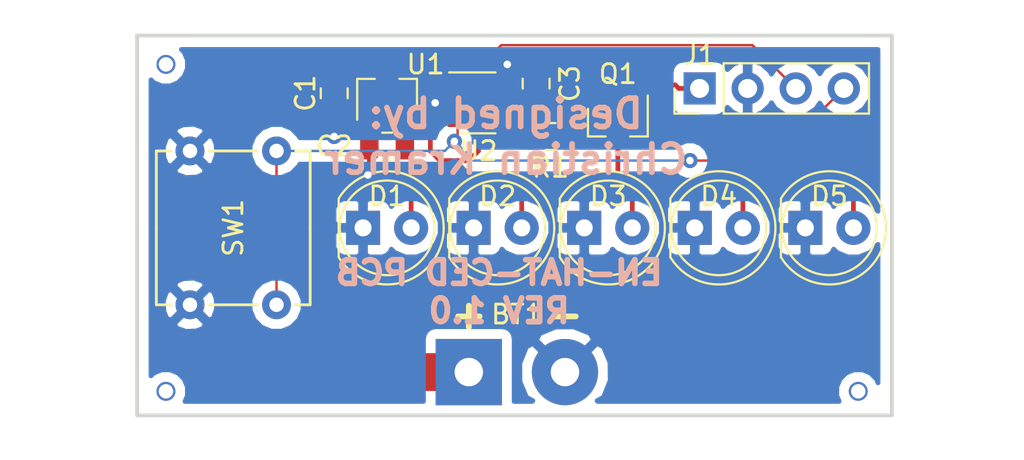
<source format=kicad_pcb>
(kicad_pcb (version 20171130) (host pcbnew "(5.0.0)")

  (general
    (thickness 1.6)
    (drawings 8)
    (tracks 83)
    (zones 0)
    (modules 18)
    (nets 10)
  )

  (page A4)
  (layers
    (0 F.Cu signal)
    (31 B.Cu signal)
    (32 B.Adhes user)
    (33 F.Adhes user)
    (34 B.Paste user)
    (35 F.Paste user)
    (36 B.SilkS user)
    (37 F.SilkS user)
    (38 B.Mask user)
    (39 F.Mask user)
    (40 Dwgs.User user)
    (41 Cmts.User user)
    (42 Eco1.User user)
    (43 Eco2.User user)
    (44 Edge.Cuts user)
    (45 Margin user)
    (46 B.CrtYd user)
    (47 F.CrtYd user)
    (48 B.Fab user)
    (49 F.Fab user)
  )

  (setup
    (last_trace_width 0.25)
    (trace_clearance 0.2)
    (zone_clearance 0.508)
    (zone_45_only no)
    (trace_min 0.127)
    (segment_width 0.2)
    (edge_width 0.15)
    (via_size 0.8)
    (via_drill 0.4)
    (via_min_size 0.4)
    (via_min_drill 0.3)
    (uvia_size 0.3)
    (uvia_drill 0.1)
    (uvias_allowed no)
    (uvia_min_size 0.2)
    (uvia_min_drill 0.1)
    (pcb_text_width 0.3)
    (pcb_text_size 1.5 1.5)
    (mod_edge_width 0.15)
    (mod_text_size 1 1)
    (mod_text_width 0.15)
    (pad_size 1.524 1.524)
    (pad_drill 0.762)
    (pad_to_mask_clearance 0.2)
    (aux_axis_origin 0 0)
    (visible_elements 7FFFFFFF)
    (pcbplotparams
      (layerselection 0x010fc_ffffffff)
      (usegerberextensions false)
      (usegerberattributes true)
      (usegerberadvancedattributes false)
      (creategerberjobfile false)
      (excludeedgelayer false)
      (linewidth 0.150000)
      (plotframeref false)
      (viasonmask false)
      (mode 1)
      (useauxorigin false)
      (hpglpennumber 1)
      (hpglpenspeed 20)
      (hpglpendiameter 15.000000)
      (psnegative false)
      (psa4output false)
      (plotreference true)
      (plotvalue true)
      (plotinvisibletext false)
      (padsonsilk false)
      (subtractmaskfromsilk false)
      (outputformat 1)
      (mirror false)
      (drillshape 0)
      (scaleselection 1)
      (outputdirectory "Manufacture/"))
  )

  (net 0 "")
  (net 1 +BATT)
  (net 2 GND)
  (net 3 +3V3)
  (net 4 VPP)
  (net 5 /ICSPDAT)
  (net 6 /BUTTON_INPUT)
  (net 7 /LED_CONTROL)
  (net 8 "Net-(D1-Pad2)")
  (net 9 "Net-(Q1-Pad1)")

  (net_class Default "This is the default net class."
    (clearance 0.2)
    (trace_width 0.25)
    (via_dia 0.8)
    (via_drill 0.4)
    (uvia_dia 0.3)
    (uvia_drill 0.1)
    (add_net +3V3)
    (add_net +BATT)
    (add_net GND)
    (add_net "Net-(D1-Pad2)")
    (add_net "Net-(Q1-Pad1)")
    (add_net VPP)
  )

  (net_class Signal ""
    (clearance 0.2)
    (trace_width 0.127)
    (via_dia 0.8)
    (via_drill 0.4)
    (uvia_dia 0.3)
    (uvia_drill 0.1)
    (add_net /BUTTON_INPUT)
    (add_net /ICSPDAT)
    (add_net /LED_CONTROL)
  )

  (module MountingHole:MountingHole_1mm_M1 (layer F.Cu) (tedit 5DB9CA08) (tstamp 5DDE1228)
    (at 162.56 110.236)
    (fp_text reference REF** (at 0 1.27) (layer F.SilkS) hide
      (effects (font (size 1 1) (thickness 0.15)))
    )
    (fp_text value MountingHole_1mm_M1 (at 0 -0.5) (layer F.Fab)
      (effects (font (size 1 1) (thickness 0.15)))
    )
    (pad "" np_thru_hole circle (at 0 0) (size 1 1) (drill 0.762) (layers *.Cu *.Mask))
  )

  (module MountingHole:MountingHole_1mm_M1 (layer F.Cu) (tedit 5DB9CA0D) (tstamp 5DDE11BA)
    (at 125.984 110.236)
    (fp_text reference REF** (at 0 1.27) (layer F.SilkS) hide
      (effects (font (size 1 1) (thickness 0.15)))
    )
    (fp_text value MountingHole_1mm_M1 (at 0 -0.5) (layer F.Fab)
      (effects (font (size 1 1) (thickness 0.15)))
    )
    (pad "" np_thru_hole circle (at 0 0) (size 1 1) (drill 0.762) (layers *.Cu *.Mask))
  )

  (module Connector_Wire:SolderWirePad_1x02_P5.08mm_Drill1.5mm (layer F.Cu) (tedit 5AEE5F19) (tstamp 5DBD5080)
    (at 141.986 109.22)
    (descr "Wire solder connection")
    (tags connector)
    (path /5DAB9009)
    (attr virtual)
    (fp_text reference BT1 (at 2.54 -3.048) (layer F.SilkS)
      (effects (font (size 1 1) (thickness 0.15)))
    )
    (fp_text value Battery_Cell (at 2.54 3.81) (layer F.Fab)
      (effects (font (size 1 1) (thickness 0.15)))
    )
    (fp_text user %R (at 2.54 0) (layer F.Fab)
      (effects (font (size 1 1) (thickness 0.15)))
    )
    (fp_line (start -2.25 -2.25) (end 7.33 -2.25) (layer F.CrtYd) (width 0.05))
    (fp_line (start -2.25 -2.25) (end -2.25 2.25) (layer F.CrtYd) (width 0.05))
    (fp_line (start 7.33 2.25) (end 7.33 -2.25) (layer F.CrtYd) (width 0.05))
    (fp_line (start 7.33 2.25) (end -2.25 2.25) (layer F.CrtYd) (width 0.05))
    (pad 1 thru_hole rect (at 0 0) (size 3.50012 3.50012) (drill 1.50114) (layers *.Cu *.Mask)
      (net 1 +BATT))
    (pad 2 thru_hole circle (at 5.08 0) (size 3.50012 3.50012) (drill 1.50114) (layers *.Cu *.Mask)
      (net 2 GND))
  )

  (module Capacitor_SMD:C_0805_2012Metric (layer F.Cu) (tedit 5B36C52B) (tstamp 5DBD5091)
    (at 134.874 94.488 270)
    (descr "Capacitor SMD 0805 (2012 Metric), square (rectangular) end terminal, IPC_7351 nominal, (Body size source: https://docs.google.com/spreadsheets/d/1BsfQQcO9C6DZCsRaXUlFlo91Tg2WpOkGARC1WS5S8t0/edit?usp=sharing), generated with kicad-footprint-generator")
    (tags capacitor)
    (path /5DAE92E8)
    (attr smd)
    (fp_text reference C1 (at 0 1.524 270) (layer F.SilkS)
      (effects (font (size 1 1) (thickness 0.15)))
    )
    (fp_text value 1μF (at 0 1.65 270) (layer F.Fab)
      (effects (font (size 1 1) (thickness 0.15)))
    )
    (fp_line (start -1 0.6) (end -1 -0.6) (layer F.Fab) (width 0.1))
    (fp_line (start -1 -0.6) (end 1 -0.6) (layer F.Fab) (width 0.1))
    (fp_line (start 1 -0.6) (end 1 0.6) (layer F.Fab) (width 0.1))
    (fp_line (start 1 0.6) (end -1 0.6) (layer F.Fab) (width 0.1))
    (fp_line (start -0.258578 -0.71) (end 0.258578 -0.71) (layer F.SilkS) (width 0.12))
    (fp_line (start -0.258578 0.71) (end 0.258578 0.71) (layer F.SilkS) (width 0.12))
    (fp_line (start -1.68 0.95) (end -1.68 -0.95) (layer F.CrtYd) (width 0.05))
    (fp_line (start -1.68 -0.95) (end 1.68 -0.95) (layer F.CrtYd) (width 0.05))
    (fp_line (start 1.68 -0.95) (end 1.68 0.95) (layer F.CrtYd) (width 0.05))
    (fp_line (start 1.68 0.95) (end -1.68 0.95) (layer F.CrtYd) (width 0.05))
    (fp_text user %R (at 0 0 270) (layer F.Fab)
      (effects (font (size 0.5 0.5) (thickness 0.08)))
    )
    (pad 1 smd roundrect (at -0.9375 0 270) (size 0.975 1.4) (layers F.Cu F.Paste F.Mask) (roundrect_rratio 0.25)
      (net 1 +BATT))
    (pad 2 smd roundrect (at 0.9375 0 270) (size 0.975 1.4) (layers F.Cu F.Paste F.Mask) (roundrect_rratio 0.25)
      (net 2 GND))
    (model ${KISYS3DMOD}/Capacitor_SMD.3dshapes/C_0805_2012Metric.wrl
      (at (xyz 0 0 0))
      (scale (xyz 1 1 1))
      (rotate (xyz 0 0 0))
    )
  )

  (module Capacitor_SMD:C_0805_2012Metric (layer F.Cu) (tedit 5B36C52B) (tstamp 5DBD50A2)
    (at 137.668 97.282 180)
    (descr "Capacitor SMD 0805 (2012 Metric), square (rectangular) end terminal, IPC_7351 nominal, (Body size source: https://docs.google.com/spreadsheets/d/1BsfQQcO9C6DZCsRaXUlFlo91Tg2WpOkGARC1WS5S8t0/edit?usp=sharing), generated with kicad-footprint-generator")
    (tags capacitor)
    (path /5DAE945B)
    (attr smd)
    (fp_text reference C2 (at 2.794 0 180) (layer F.SilkS)
      (effects (font (size 1 1) (thickness 0.15)))
    )
    (fp_text value 1μF (at 0 1.65 180) (layer F.Fab)
      (effects (font (size 1 1) (thickness 0.15)))
    )
    (fp_text user %R (at 0 0 180) (layer F.Fab)
      (effects (font (size 0.5 0.5) (thickness 0.08)))
    )
    (fp_line (start 1.68 0.95) (end -1.68 0.95) (layer F.CrtYd) (width 0.05))
    (fp_line (start 1.68 -0.95) (end 1.68 0.95) (layer F.CrtYd) (width 0.05))
    (fp_line (start -1.68 -0.95) (end 1.68 -0.95) (layer F.CrtYd) (width 0.05))
    (fp_line (start -1.68 0.95) (end -1.68 -0.95) (layer F.CrtYd) (width 0.05))
    (fp_line (start -0.258578 0.71) (end 0.258578 0.71) (layer F.SilkS) (width 0.12))
    (fp_line (start -0.258578 -0.71) (end 0.258578 -0.71) (layer F.SilkS) (width 0.12))
    (fp_line (start 1 0.6) (end -1 0.6) (layer F.Fab) (width 0.1))
    (fp_line (start 1 -0.6) (end 1 0.6) (layer F.Fab) (width 0.1))
    (fp_line (start -1 -0.6) (end 1 -0.6) (layer F.Fab) (width 0.1))
    (fp_line (start -1 0.6) (end -1 -0.6) (layer F.Fab) (width 0.1))
    (pad 2 smd roundrect (at 0.9375 0 180) (size 0.975 1.4) (layers F.Cu F.Paste F.Mask) (roundrect_rratio 0.25)
      (net 2 GND))
    (pad 1 smd roundrect (at -0.9375 0 180) (size 0.975 1.4) (layers F.Cu F.Paste F.Mask) (roundrect_rratio 0.25)
      (net 3 +3V3))
    (model ${KISYS3DMOD}/Capacitor_SMD.3dshapes/C_0805_2012Metric.wrl
      (at (xyz 0 0 0))
      (scale (xyz 1 1 1))
      (rotate (xyz 0 0 0))
    )
  )

  (module Capacitor_SMD:C_0805_2012Metric (layer F.Cu) (tedit 5B36C52B) (tstamp 5DBD50B3)
    (at 145.542 93.98 90)
    (descr "Capacitor SMD 0805 (2012 Metric), square (rectangular) end terminal, IPC_7351 nominal, (Body size source: https://docs.google.com/spreadsheets/d/1BsfQQcO9C6DZCsRaXUlFlo91Tg2WpOkGARC1WS5S8t0/edit?usp=sharing), generated with kicad-footprint-generator")
    (tags capacitor)
    (path /5DAEC38E)
    (attr smd)
    (fp_text reference C3 (at 0 1.778 90) (layer F.SilkS)
      (effects (font (size 1 1) (thickness 0.15)))
    )
    (fp_text value C_Small (at 0 1.65 90) (layer F.Fab)
      (effects (font (size 1 1) (thickness 0.15)))
    )
    (fp_line (start -1 0.6) (end -1 -0.6) (layer F.Fab) (width 0.1))
    (fp_line (start -1 -0.6) (end 1 -0.6) (layer F.Fab) (width 0.1))
    (fp_line (start 1 -0.6) (end 1 0.6) (layer F.Fab) (width 0.1))
    (fp_line (start 1 0.6) (end -1 0.6) (layer F.Fab) (width 0.1))
    (fp_line (start -0.258578 -0.71) (end 0.258578 -0.71) (layer F.SilkS) (width 0.12))
    (fp_line (start -0.258578 0.71) (end 0.258578 0.71) (layer F.SilkS) (width 0.12))
    (fp_line (start -1.68 0.95) (end -1.68 -0.95) (layer F.CrtYd) (width 0.05))
    (fp_line (start -1.68 -0.95) (end 1.68 -0.95) (layer F.CrtYd) (width 0.05))
    (fp_line (start 1.68 -0.95) (end 1.68 0.95) (layer F.CrtYd) (width 0.05))
    (fp_line (start 1.68 0.95) (end -1.68 0.95) (layer F.CrtYd) (width 0.05))
    (fp_text user %R (at 0 0 90) (layer F.Fab)
      (effects (font (size 0.5 0.5) (thickness 0.08)))
    )
    (pad 1 smd roundrect (at -0.9375 0 90) (size 0.975 1.4) (layers F.Cu F.Paste F.Mask) (roundrect_rratio 0.25)
      (net 3 +3V3))
    (pad 2 smd roundrect (at 0.9375 0 90) (size 0.975 1.4) (layers F.Cu F.Paste F.Mask) (roundrect_rratio 0.25)
      (net 2 GND))
    (model ${KISYS3DMOD}/Capacitor_SMD.3dshapes/C_0805_2012Metric.wrl
      (at (xyz 0 0 0))
      (scale (xyz 1 1 1))
      (rotate (xyz 0 0 0))
    )
  )

  (module LED_THT:LED_D5.0mm (layer F.Cu) (tedit 5995936A) (tstamp 5DBD50C5)
    (at 136.398 101.6)
    (descr "LED, diameter 5.0mm, 2 pins, http://cdn-reichelt.de/documents/datenblatt/A500/LL-504BC2E-009.pdf")
    (tags "LED diameter 5.0mm 2 pins")
    (path /5DAB7BF8)
    (fp_text reference D1 (at 1.27 -1.674) (layer F.SilkS)
      (effects (font (size 1 1) (thickness 0.15)))
    )
    (fp_text value LED (at 1.27 3.96) (layer F.Fab)
      (effects (font (size 1 1) (thickness 0.15)))
    )
    (fp_arc (start 1.27 0) (end -1.23 -1.469694) (angle 299.1) (layer F.Fab) (width 0.1))
    (fp_arc (start 1.27 0) (end -1.29 -1.54483) (angle 148.9) (layer F.SilkS) (width 0.12))
    (fp_arc (start 1.27 0) (end -1.29 1.54483) (angle -148.9) (layer F.SilkS) (width 0.12))
    (fp_circle (center 1.27 0) (end 3.77 0) (layer F.Fab) (width 0.1))
    (fp_circle (center 1.27 0) (end 3.77 0) (layer F.SilkS) (width 0.12))
    (fp_line (start -1.23 -1.469694) (end -1.23 1.469694) (layer F.Fab) (width 0.1))
    (fp_line (start -1.29 -1.545) (end -1.29 1.545) (layer F.SilkS) (width 0.12))
    (fp_line (start -1.95 -3.25) (end -1.95 3.25) (layer F.CrtYd) (width 0.05))
    (fp_line (start -1.95 3.25) (end 4.5 3.25) (layer F.CrtYd) (width 0.05))
    (fp_line (start 4.5 3.25) (end 4.5 -3.25) (layer F.CrtYd) (width 0.05))
    (fp_line (start 4.5 -3.25) (end -1.95 -3.25) (layer F.CrtYd) (width 0.05))
    (fp_text user %R (at 1.25 0) (layer F.Fab)
      (effects (font (size 0.8 0.8) (thickness 0.2)))
    )
    (pad 1 thru_hole rect (at 0 0) (size 1.8 1.8) (drill 0.9) (layers *.Cu *.Mask)
      (net 2 GND))
    (pad 2 thru_hole circle (at 2.54 0) (size 1.8 1.8) (drill 0.9) (layers *.Cu *.Mask)
      (net 8 "Net-(D1-Pad2)"))
    (model ${KISYS3DMOD}/LED_THT.3dshapes/LED_D5.0mm.wrl
      (at (xyz 0 0 0))
      (scale (xyz 1 1 1))
      (rotate (xyz 0 0 0))
    )
  )

  (module LED_THT:LED_D5.0mm (layer F.Cu) (tedit 5995936A) (tstamp 5DBD50D7)
    (at 142.24 101.6)
    (descr "LED, diameter 5.0mm, 2 pins, http://cdn-reichelt.de/documents/datenblatt/A500/LL-504BC2E-009.pdf")
    (tags "LED diameter 5.0mm 2 pins")
    (path /5DAB7BDA)
    (fp_text reference D2 (at 1.27 -1.674) (layer F.SilkS)
      (effects (font (size 1 1) (thickness 0.15)))
    )
    (fp_text value LED (at 1.27 3.96) (layer F.Fab)
      (effects (font (size 1 1) (thickness 0.15)))
    )
    (fp_text user %R (at 1.25 0) (layer F.Fab)
      (effects (font (size 0.8 0.8) (thickness 0.2)))
    )
    (fp_line (start 4.5 -3.25) (end -1.95 -3.25) (layer F.CrtYd) (width 0.05))
    (fp_line (start 4.5 3.25) (end 4.5 -3.25) (layer F.CrtYd) (width 0.05))
    (fp_line (start -1.95 3.25) (end 4.5 3.25) (layer F.CrtYd) (width 0.05))
    (fp_line (start -1.95 -3.25) (end -1.95 3.25) (layer F.CrtYd) (width 0.05))
    (fp_line (start -1.29 -1.545) (end -1.29 1.545) (layer F.SilkS) (width 0.12))
    (fp_line (start -1.23 -1.469694) (end -1.23 1.469694) (layer F.Fab) (width 0.1))
    (fp_circle (center 1.27 0) (end 3.77 0) (layer F.SilkS) (width 0.12))
    (fp_circle (center 1.27 0) (end 3.77 0) (layer F.Fab) (width 0.1))
    (fp_arc (start 1.27 0) (end -1.29 1.54483) (angle -148.9) (layer F.SilkS) (width 0.12))
    (fp_arc (start 1.27 0) (end -1.29 -1.54483) (angle 148.9) (layer F.SilkS) (width 0.12))
    (fp_arc (start 1.27 0) (end -1.23 -1.469694) (angle 299.1) (layer F.Fab) (width 0.1))
    (pad 2 thru_hole circle (at 2.54 0) (size 1.8 1.8) (drill 0.9) (layers *.Cu *.Mask)
      (net 8 "Net-(D1-Pad2)"))
    (pad 1 thru_hole rect (at 0 0) (size 1.8 1.8) (drill 0.9) (layers *.Cu *.Mask)
      (net 2 GND))
    (model ${KISYS3DMOD}/LED_THT.3dshapes/LED_D5.0mm.wrl
      (at (xyz 0 0 0))
      (scale (xyz 1 1 1))
      (rotate (xyz 0 0 0))
    )
  )

  (module LED_THT:LED_D5.0mm (layer F.Cu) (tedit 5995936A) (tstamp 5DBD50E9)
    (at 148.082 101.6)
    (descr "LED, diameter 5.0mm, 2 pins, http://cdn-reichelt.de/documents/datenblatt/A500/LL-504BC2E-009.pdf")
    (tags "LED diameter 5.0mm 2 pins")
    (path /5DAB7BB9)
    (fp_text reference D3 (at 1.27 -1.674) (layer F.SilkS)
      (effects (font (size 1 1) (thickness 0.15)))
    )
    (fp_text value LED (at 1.27 3.96) (layer F.Fab)
      (effects (font (size 1 1) (thickness 0.15)))
    )
    (fp_arc (start 1.27 0) (end -1.23 -1.469694) (angle 299.1) (layer F.Fab) (width 0.1))
    (fp_arc (start 1.27 0) (end -1.29 -1.54483) (angle 148.9) (layer F.SilkS) (width 0.12))
    (fp_arc (start 1.27 0) (end -1.29 1.54483) (angle -148.9) (layer F.SilkS) (width 0.12))
    (fp_circle (center 1.27 0) (end 3.77 0) (layer F.Fab) (width 0.1))
    (fp_circle (center 1.27 0) (end 3.77 0) (layer F.SilkS) (width 0.12))
    (fp_line (start -1.23 -1.469694) (end -1.23 1.469694) (layer F.Fab) (width 0.1))
    (fp_line (start -1.29 -1.545) (end -1.29 1.545) (layer F.SilkS) (width 0.12))
    (fp_line (start -1.95 -3.25) (end -1.95 3.25) (layer F.CrtYd) (width 0.05))
    (fp_line (start -1.95 3.25) (end 4.5 3.25) (layer F.CrtYd) (width 0.05))
    (fp_line (start 4.5 3.25) (end 4.5 -3.25) (layer F.CrtYd) (width 0.05))
    (fp_line (start 4.5 -3.25) (end -1.95 -3.25) (layer F.CrtYd) (width 0.05))
    (fp_text user %R (at 1.25 0) (layer F.Fab)
      (effects (font (size 0.8 0.8) (thickness 0.2)))
    )
    (pad 1 thru_hole rect (at 0 0) (size 1.8 1.8) (drill 0.9) (layers *.Cu *.Mask)
      (net 2 GND))
    (pad 2 thru_hole circle (at 2.54 0) (size 1.8 1.8) (drill 0.9) (layers *.Cu *.Mask)
      (net 8 "Net-(D1-Pad2)"))
    (model ${KISYS3DMOD}/LED_THT.3dshapes/LED_D5.0mm.wrl
      (at (xyz 0 0 0))
      (scale (xyz 1 1 1))
      (rotate (xyz 0 0 0))
    )
  )

  (module LED_THT:LED_D5.0mm (layer F.Cu) (tedit 5995936A) (tstamp 5DBD50FB)
    (at 153.924 101.6)
    (descr "LED, diameter 5.0mm, 2 pins, http://cdn-reichelt.de/documents/datenblatt/A500/LL-504BC2E-009.pdf")
    (tags "LED diameter 5.0mm 2 pins")
    (path /5DAB7B97)
    (fp_text reference D4 (at 1.27 -1.674) (layer F.SilkS)
      (effects (font (size 1 1) (thickness 0.15)))
    )
    (fp_text value LED (at 1.27 3.96) (layer F.Fab)
      (effects (font (size 1 1) (thickness 0.15)))
    )
    (fp_text user %R (at 1.25 0) (layer F.Fab)
      (effects (font (size 0.8 0.8) (thickness 0.2)))
    )
    (fp_line (start 4.5 -3.25) (end -1.95 -3.25) (layer F.CrtYd) (width 0.05))
    (fp_line (start 4.5 3.25) (end 4.5 -3.25) (layer F.CrtYd) (width 0.05))
    (fp_line (start -1.95 3.25) (end 4.5 3.25) (layer F.CrtYd) (width 0.05))
    (fp_line (start -1.95 -3.25) (end -1.95 3.25) (layer F.CrtYd) (width 0.05))
    (fp_line (start -1.29 -1.545) (end -1.29 1.545) (layer F.SilkS) (width 0.12))
    (fp_line (start -1.23 -1.469694) (end -1.23 1.469694) (layer F.Fab) (width 0.1))
    (fp_circle (center 1.27 0) (end 3.77 0) (layer F.SilkS) (width 0.12))
    (fp_circle (center 1.27 0) (end 3.77 0) (layer F.Fab) (width 0.1))
    (fp_arc (start 1.27 0) (end -1.29 1.54483) (angle -148.9) (layer F.SilkS) (width 0.12))
    (fp_arc (start 1.27 0) (end -1.29 -1.54483) (angle 148.9) (layer F.SilkS) (width 0.12))
    (fp_arc (start 1.27 0) (end -1.23 -1.469694) (angle 299.1) (layer F.Fab) (width 0.1))
    (pad 2 thru_hole circle (at 2.54 0) (size 1.8 1.8) (drill 0.9) (layers *.Cu *.Mask)
      (net 8 "Net-(D1-Pad2)"))
    (pad 1 thru_hole rect (at 0 0) (size 1.8 1.8) (drill 0.9) (layers *.Cu *.Mask)
      (net 2 GND))
    (model ${KISYS3DMOD}/LED_THT.3dshapes/LED_D5.0mm.wrl
      (at (xyz 0 0 0))
      (scale (xyz 1 1 1))
      (rotate (xyz 0 0 0))
    )
  )

  (module LED_THT:LED_D5.0mm (layer F.Cu) (tedit 5995936A) (tstamp 5DBD510D)
    (at 159.766 101.6)
    (descr "LED, diameter 5.0mm, 2 pins, http://cdn-reichelt.de/documents/datenblatt/A500/LL-504BC2E-009.pdf")
    (tags "LED diameter 5.0mm 2 pins")
    (path /5DAB7AD1)
    (fp_text reference D5 (at 1.27 -1.674) (layer F.SilkS)
      (effects (font (size 1 1) (thickness 0.15)))
    )
    (fp_text value LED (at 1.27 3.96) (layer F.Fab)
      (effects (font (size 1 1) (thickness 0.15)))
    )
    (fp_arc (start 1.27 0) (end -1.23 -1.469694) (angle 299.1) (layer F.Fab) (width 0.1))
    (fp_arc (start 1.27 0) (end -1.29 -1.54483) (angle 148.9) (layer F.SilkS) (width 0.12))
    (fp_arc (start 1.27 0) (end -1.29 1.54483) (angle -148.9) (layer F.SilkS) (width 0.12))
    (fp_circle (center 1.27 0) (end 3.77 0) (layer F.Fab) (width 0.1))
    (fp_circle (center 1.27 0) (end 3.77 0) (layer F.SilkS) (width 0.12))
    (fp_line (start -1.23 -1.469694) (end -1.23 1.469694) (layer F.Fab) (width 0.1))
    (fp_line (start -1.29 -1.545) (end -1.29 1.545) (layer F.SilkS) (width 0.12))
    (fp_line (start -1.95 -3.25) (end -1.95 3.25) (layer F.CrtYd) (width 0.05))
    (fp_line (start -1.95 3.25) (end 4.5 3.25) (layer F.CrtYd) (width 0.05))
    (fp_line (start 4.5 3.25) (end 4.5 -3.25) (layer F.CrtYd) (width 0.05))
    (fp_line (start 4.5 -3.25) (end -1.95 -3.25) (layer F.CrtYd) (width 0.05))
    (fp_text user %R (at 1.25 0) (layer F.Fab)
      (effects (font (size 0.8 0.8) (thickness 0.2)))
    )
    (pad 1 thru_hole rect (at 0 0) (size 1.8 1.8) (drill 0.9) (layers *.Cu *.Mask)
      (net 2 GND))
    (pad 2 thru_hole circle (at 2.54 0) (size 1.8 1.8) (drill 0.9) (layers *.Cu *.Mask)
      (net 8 "Net-(D1-Pad2)"))
    (model ${KISYS3DMOD}/LED_THT.3dshapes/LED_D5.0mm.wrl
      (at (xyz 0 0 0))
      (scale (xyz 1 1 1))
      (rotate (xyz 0 0 0))
    )
  )

  (module Connector_PinHeader_2.54mm:PinHeader_1x04_P2.54mm_Vertical (layer F.Cu) (tedit 59FED5CC) (tstamp 5DBD5125)
    (at 154.178 94.234 90)
    (descr "Through hole straight pin header, 1x04, 2.54mm pitch, single row")
    (tags "Through hole pin header THT 1x04 2.54mm single row")
    (path /5DAE9898)
    (fp_text reference J1 (at 1.778 0 180) (layer F.SilkS)
      (effects (font (size 1 1) (thickness 0.15)))
    )
    (fp_text value Conn_01x04 (at 0 9.95 90) (layer F.Fab)
      (effects (font (size 1 1) (thickness 0.15)))
    )
    (fp_line (start -0.635 -1.27) (end 1.27 -1.27) (layer F.Fab) (width 0.1))
    (fp_line (start 1.27 -1.27) (end 1.27 8.89) (layer F.Fab) (width 0.1))
    (fp_line (start 1.27 8.89) (end -1.27 8.89) (layer F.Fab) (width 0.1))
    (fp_line (start -1.27 8.89) (end -1.27 -0.635) (layer F.Fab) (width 0.1))
    (fp_line (start -1.27 -0.635) (end -0.635 -1.27) (layer F.Fab) (width 0.1))
    (fp_line (start -1.33 8.95) (end 1.33 8.95) (layer F.SilkS) (width 0.12))
    (fp_line (start -1.33 1.27) (end -1.33 8.95) (layer F.SilkS) (width 0.12))
    (fp_line (start 1.33 1.27) (end 1.33 8.95) (layer F.SilkS) (width 0.12))
    (fp_line (start -1.33 1.27) (end 1.33 1.27) (layer F.SilkS) (width 0.12))
    (fp_line (start -1.33 0) (end -1.33 -1.33) (layer F.SilkS) (width 0.12))
    (fp_line (start -1.33 -1.33) (end 0 -1.33) (layer F.SilkS) (width 0.12))
    (fp_line (start -1.8 -1.8) (end -1.8 9.4) (layer F.CrtYd) (width 0.05))
    (fp_line (start -1.8 9.4) (end 1.8 9.4) (layer F.CrtYd) (width 0.05))
    (fp_line (start 1.8 9.4) (end 1.8 -1.8) (layer F.CrtYd) (width 0.05))
    (fp_line (start 1.8 -1.8) (end -1.8 -1.8) (layer F.CrtYd) (width 0.05))
    (fp_text user %R (at 0 3.81 180) (layer F.Fab)
      (effects (font (size 1 1) (thickness 0.15)))
    )
    (pad 1 thru_hole rect (at 0 0 90) (size 1.7 1.7) (drill 1) (layers *.Cu *.Mask)
      (net 4 VPP))
    (pad 2 thru_hole oval (at 0 2.54 90) (size 1.7 1.7) (drill 1) (layers *.Cu *.Mask)
      (net 2 GND))
    (pad 3 thru_hole oval (at 0 5.08 90) (size 1.7 1.7) (drill 1) (layers *.Cu *.Mask)
      (net 5 /ICSPDAT))
    (pad 4 thru_hole oval (at 0 7.62 90) (size 1.7 1.7) (drill 1) (layers *.Cu *.Mask)
      (net 6 /BUTTON_INPUT))
  )

  (module Resistor_SMD:R_0805_2012Metric (layer F.Cu) (tedit 5B36C52B) (tstamp 5DBD5156)
    (at 146.304 96.774 180)
    (descr "Resistor SMD 0805 (2012 Metric), square (rectangular) end terminal, IPC_7351 nominal, (Body size source: https://docs.google.com/spreadsheets/d/1BsfQQcO9C6DZCsRaXUlFlo91Tg2WpOkGARC1WS5S8t0/edit?usp=sharing), generated with kicad-footprint-generator")
    (tags resistor)
    (path /5DAB8974)
    (attr smd)
    (fp_text reference R1 (at 0 -1.65 180) (layer F.SilkS)
      (effects (font (size 1 1) (thickness 0.15)))
    )
    (fp_text value 1KΩ (at 0 1.65 180) (layer F.Fab)
      (effects (font (size 1 1) (thickness 0.15)))
    )
    (fp_text user %R (at 0 0 180) (layer F.Fab)
      (effects (font (size 0.5 0.5) (thickness 0.08)))
    )
    (fp_line (start 1.68 0.95) (end -1.68 0.95) (layer F.CrtYd) (width 0.05))
    (fp_line (start 1.68 -0.95) (end 1.68 0.95) (layer F.CrtYd) (width 0.05))
    (fp_line (start -1.68 -0.95) (end 1.68 -0.95) (layer F.CrtYd) (width 0.05))
    (fp_line (start -1.68 0.95) (end -1.68 -0.95) (layer F.CrtYd) (width 0.05))
    (fp_line (start -0.258578 0.71) (end 0.258578 0.71) (layer F.SilkS) (width 0.12))
    (fp_line (start -0.258578 -0.71) (end 0.258578 -0.71) (layer F.SilkS) (width 0.12))
    (fp_line (start 1 0.6) (end -1 0.6) (layer F.Fab) (width 0.1))
    (fp_line (start 1 -0.6) (end 1 0.6) (layer F.Fab) (width 0.1))
    (fp_line (start -1 -0.6) (end 1 -0.6) (layer F.Fab) (width 0.1))
    (fp_line (start -1 0.6) (end -1 -0.6) (layer F.Fab) (width 0.1))
    (pad 2 smd roundrect (at 0.9375 0 180) (size 0.975 1.4) (layers F.Cu F.Paste F.Mask) (roundrect_rratio 0.25)
      (net 7 /LED_CONTROL))
    (pad 1 smd roundrect (at -0.9375 0 180) (size 0.975 1.4) (layers F.Cu F.Paste F.Mask) (roundrect_rratio 0.25)
      (net 9 "Net-(Q1-Pad1)"))
    (model ${KISYS3DMOD}/Resistor_SMD.3dshapes/R_0805_2012Metric.wrl
      (at (xyz 0 0 0))
      (scale (xyz 1 1 1))
      (rotate (xyz 0 0 0))
    )
  )

  (module Button_Switch_THT:SW_PUSH_8mm_H5mm (layer F.Cu) (tedit 5DB0DE0C) (tstamp 5DBD516C)
    (at 129.54 101.6 270)
    (path /5DAF9988)
    (fp_text reference SW1 (at 0 0 270) (layer F.SilkS)
      (effects (font (size 1 1) (thickness 0.15)))
    )
    (fp_text value SW_SPST (at 0 5.08 270) (layer F.Fab)
      (effects (font (size 1 1) (thickness 0.15)))
    )
    (fp_line (start 0 4.064) (end 4.064 4.064) (layer F.SilkS) (width 0.15))
    (fp_line (start 4.064 4.064) (end 4.064 3.302) (layer F.SilkS) (width 0.15))
    (fp_line (start 4.064 1.27) (end 4.064 -1.27) (layer F.SilkS) (width 0.15))
    (fp_line (start 4.064 -3.302) (end 4.064 -4.064) (layer F.SilkS) (width 0.15))
    (fp_line (start 4.064 -4.064) (end 0 -4.064) (layer F.SilkS) (width 0.15))
    (fp_line (start 0 -4.064) (end -4.064 -4.064) (layer F.SilkS) (width 0.15))
    (fp_line (start -4.064 -4.064) (end -4.064 -3.302) (layer F.SilkS) (width 0.15))
    (fp_line (start -4.064 -1.27) (end -4.064 1.27) (layer F.SilkS) (width 0.15))
    (fp_line (start 0 4.064) (end -4.064 4.064) (layer F.SilkS) (width 0.15))
    (fp_line (start -4.064 4.064) (end -4.064 3.302) (layer F.SilkS) (width 0.15))
    (fp_line (start -5.08 -4.318) (end -5.08 4.318) (layer F.CrtYd) (width 0.05))
    (fp_line (start -5.08 4.318) (end 5.08 4.318) (layer F.CrtYd) (width 0.05))
    (fp_line (start 5.08 4.318) (end 5.08 -4.318) (layer F.CrtYd) (width 0.05))
    (fp_line (start 5.08 -4.318) (end -5.08 -4.318) (layer F.CrtYd) (width 0.05))
    (pad 2 thru_hole circle (at 4.064 2.286 270) (size 1.524 1.524) (drill 0.762) (layers *.Cu *.Mask)
      (net 2 GND))
    (pad 2 thru_hole circle (at -4.064 2.286 270) (size 1.524 1.524) (drill 0.762) (layers *.Cu *.Mask)
      (net 2 GND))
    (pad 1 thru_hole circle (at 4.064 -2.286 270) (size 1.524 1.524) (drill 0.762) (layers *.Cu *.Mask)
      (net 6 /BUTTON_INPUT))
    (pad 1 thru_hole circle (at -4.064 -2.286 270) (size 1.524 1.524) (drill 0.762) (layers *.Cu *.Mask)
      (net 6 /BUTTON_INPUT))
  )

  (module Package_TO_SOT_SMD:SOT-23-6 (layer F.Cu) (tedit 5A02FF57) (tstamp 5DBD5198)
    (at 142.494 94.996)
    (descr "6-pin SOT-23 package")
    (tags SOT-23-6)
    (path /5DD30468)
    (attr smd)
    (fp_text reference U2 (at 0 2.54) (layer F.SilkS)
      (effects (font (size 1 1) (thickness 0.15)))
    )
    (fp_text value PIC10F200-IOT (at 0 2.9) (layer F.Fab)
      (effects (font (size 1 1) (thickness 0.15)))
    )
    (fp_text user %R (at 0 0 90) (layer F.Fab)
      (effects (font (size 0.5 0.5) (thickness 0.075)))
    )
    (fp_line (start -0.9 1.61) (end 0.9 1.61) (layer F.SilkS) (width 0.12))
    (fp_line (start 0.9 -1.61) (end -1.55 -1.61) (layer F.SilkS) (width 0.12))
    (fp_line (start 1.9 -1.8) (end -1.9 -1.8) (layer F.CrtYd) (width 0.05))
    (fp_line (start 1.9 1.8) (end 1.9 -1.8) (layer F.CrtYd) (width 0.05))
    (fp_line (start -1.9 1.8) (end 1.9 1.8) (layer F.CrtYd) (width 0.05))
    (fp_line (start -1.9 -1.8) (end -1.9 1.8) (layer F.CrtYd) (width 0.05))
    (fp_line (start -0.9 -0.9) (end -0.25 -1.55) (layer F.Fab) (width 0.1))
    (fp_line (start 0.9 -1.55) (end -0.25 -1.55) (layer F.Fab) (width 0.1))
    (fp_line (start -0.9 -0.9) (end -0.9 1.55) (layer F.Fab) (width 0.1))
    (fp_line (start 0.9 1.55) (end -0.9 1.55) (layer F.Fab) (width 0.1))
    (fp_line (start 0.9 -1.55) (end 0.9 1.55) (layer F.Fab) (width 0.1))
    (pad 1 smd rect (at -1.1 -0.95) (size 1.06 0.65) (layers F.Cu F.Paste F.Mask)
      (net 5 /ICSPDAT))
    (pad 2 smd rect (at -1.1 0) (size 1.06 0.65) (layers F.Cu F.Paste F.Mask)
      (net 2 GND))
    (pad 3 smd rect (at -1.1 0.95) (size 1.06 0.65) (layers F.Cu F.Paste F.Mask)
      (net 6 /BUTTON_INPUT))
    (pad 4 smd rect (at 1.1 0.95) (size 1.06 0.65) (layers F.Cu F.Paste F.Mask)
      (net 7 /LED_CONTROL))
    (pad 6 smd rect (at 1.1 -0.95) (size 1.06 0.65) (layers F.Cu F.Paste F.Mask)
      (net 4 VPP))
    (pad 5 smd rect (at 1.1 0) (size 1.06 0.65) (layers F.Cu F.Paste F.Mask)
      (net 3 +3V3))
    (model ${KISYS3DMOD}/Package_TO_SOT_SMD.3dshapes/SOT-23-6.wrl
      (at (xyz 0 0 0))
      (scale (xyz 1 1 1))
      (rotate (xyz 0 0 0))
    )
  )

  (module Package_TO_SOT_SMD:SOT-23 (layer F.Cu) (tedit 5A02FF57) (tstamp 5DBD54D6)
    (at 149.86 96.012 270)
    (descr "SOT-23, Standard")
    (tags SOT-23)
    (path /5DD09D79)
    (attr smd)
    (fp_text reference Q1 (at -2.54 0) (layer F.SilkS)
      (effects (font (size 1 1) (thickness 0.15)))
    )
    (fp_text value MMBT3906 (at 0 2.5 270) (layer F.Fab)
      (effects (font (size 1 1) (thickness 0.15)))
    )
    (fp_text user %R (at 0 0) (layer F.Fab)
      (effects (font (size 0.5 0.5) (thickness 0.075)))
    )
    (fp_line (start -0.7 -0.95) (end -0.7 1.5) (layer F.Fab) (width 0.1))
    (fp_line (start -0.15 -1.52) (end 0.7 -1.52) (layer F.Fab) (width 0.1))
    (fp_line (start -0.7 -0.95) (end -0.15 -1.52) (layer F.Fab) (width 0.1))
    (fp_line (start 0.7 -1.52) (end 0.7 1.52) (layer F.Fab) (width 0.1))
    (fp_line (start -0.7 1.52) (end 0.7 1.52) (layer F.Fab) (width 0.1))
    (fp_line (start 0.76 1.58) (end 0.76 0.65) (layer F.SilkS) (width 0.12))
    (fp_line (start 0.76 -1.58) (end 0.76 -0.65) (layer F.SilkS) (width 0.12))
    (fp_line (start -1.7 -1.75) (end 1.7 -1.75) (layer F.CrtYd) (width 0.05))
    (fp_line (start 1.7 -1.75) (end 1.7 1.75) (layer F.CrtYd) (width 0.05))
    (fp_line (start 1.7 1.75) (end -1.7 1.75) (layer F.CrtYd) (width 0.05))
    (fp_line (start -1.7 1.75) (end -1.7 -1.75) (layer F.CrtYd) (width 0.05))
    (fp_line (start 0.76 -1.58) (end -1.4 -1.58) (layer F.SilkS) (width 0.12))
    (fp_line (start 0.76 1.58) (end -0.7 1.58) (layer F.SilkS) (width 0.12))
    (pad 1 smd rect (at -1 -0.95 270) (size 0.9 0.8) (layers F.Cu F.Paste F.Mask)
      (net 9 "Net-(Q1-Pad1)"))
    (pad 2 smd rect (at -1 0.95 270) (size 0.9 0.8) (layers F.Cu F.Paste F.Mask)
      (net 3 +3V3))
    (pad 3 smd rect (at 1 0 270) (size 0.9 0.8) (layers F.Cu F.Paste F.Mask)
      (net 8 "Net-(D1-Pad2)"))
    (model ${KISYS3DMOD}/Package_TO_SOT_SMD.3dshapes/SOT-23.wrl
      (at (xyz 0 0 0))
      (scale (xyz 1 1 1))
      (rotate (xyz 0 0 0))
    )
  )

  (module Package_TO_SOT_SMD:SOT-23 (layer F.Cu) (tedit 5A02FF57) (tstamp 5DBD54EA)
    (at 137.668 94.488 90)
    (descr "SOT-23, Standard")
    (tags SOT-23)
    (path /5DAE91E6)
    (attr smd)
    (fp_text reference U1 (at 1.524 2.032 180) (layer F.SilkS)
      (effects (font (size 1 1) (thickness 0.15)))
    )
    (fp_text value XC6206 (at 0 2.5 90) (layer F.Fab)
      (effects (font (size 1 1) (thickness 0.15)))
    )
    (fp_line (start 0.76 1.58) (end -0.7 1.58) (layer F.SilkS) (width 0.12))
    (fp_line (start 0.76 -1.58) (end -1.4 -1.58) (layer F.SilkS) (width 0.12))
    (fp_line (start -1.7 1.75) (end -1.7 -1.75) (layer F.CrtYd) (width 0.05))
    (fp_line (start 1.7 1.75) (end -1.7 1.75) (layer F.CrtYd) (width 0.05))
    (fp_line (start 1.7 -1.75) (end 1.7 1.75) (layer F.CrtYd) (width 0.05))
    (fp_line (start -1.7 -1.75) (end 1.7 -1.75) (layer F.CrtYd) (width 0.05))
    (fp_line (start 0.76 -1.58) (end 0.76 -0.65) (layer F.SilkS) (width 0.12))
    (fp_line (start 0.76 1.58) (end 0.76 0.65) (layer F.SilkS) (width 0.12))
    (fp_line (start -0.7 1.52) (end 0.7 1.52) (layer F.Fab) (width 0.1))
    (fp_line (start 0.7 -1.52) (end 0.7 1.52) (layer F.Fab) (width 0.1))
    (fp_line (start -0.7 -0.95) (end -0.15 -1.52) (layer F.Fab) (width 0.1))
    (fp_line (start -0.15 -1.52) (end 0.7 -1.52) (layer F.Fab) (width 0.1))
    (fp_line (start -0.7 -0.95) (end -0.7 1.5) (layer F.Fab) (width 0.1))
    (fp_text user %R (at 0 0 180) (layer F.Fab)
      (effects (font (size 0.5 0.5) (thickness 0.075)))
    )
    (pad 3 smd rect (at 1 0 90) (size 0.9 0.8) (layers F.Cu F.Paste F.Mask)
      (net 1 +BATT))
    (pad 2 smd rect (at -1 0.95 90) (size 0.9 0.8) (layers F.Cu F.Paste F.Mask)
      (net 3 +3V3))
    (pad 1 smd rect (at -1 -0.95 90) (size 0.9 0.8) (layers F.Cu F.Paste F.Mask)
      (net 2 GND))
    (model ${KISYS3DMOD}/Package_TO_SOT_SMD.3dshapes/SOT-23.wrl
      (at (xyz 0 0 0))
      (scale (xyz 1 1 1))
      (rotate (xyz 0 0 0))
    )
  )

  (module MountingHole:MountingHole_1mm_M1 (layer F.Cu) (tedit 5DB9CA12) (tstamp 5DDE100F)
    (at 125.984 92.964)
    (fp_text reference REF** (at 0 1.27) (layer F.SilkS) hide
      (effects (font (size 1 1) (thickness 0.15)))
    )
    (fp_text value MountingHole_1mm_M1 (at 0 -0.5) (layer F.Fab)
      (effects (font (size 1 1) (thickness 0.15)))
    )
    (pad "" np_thru_hole circle (at 0 0) (size 1 1) (drill 0.762) (layers *.Cu *.Mask))
  )

  (gr_text - (at 147.066 106.172) (layer F.SilkS)
    (effects (font (size 1.5 1.5) (thickness 0.3)))
  )
  (gr_text + (at 141.986 106.172) (layer F.SilkS)
    (effects (font (size 1.5 1.5) (thickness 0.3)))
  )
  (gr_text "EN-HAT-CED PCB\nREV 1.0" (at 143.5862 104.9782) (layer B.SilkS)
    (effects (font (size 1.25 1.25) (thickness 0.3)) (justify mirror))
  )
  (gr_text "Designed by:\nChristian Kramer" (at 143.9418 96.774) (layer B.SilkS)
    (effects (font (size 1.5 1.5) (thickness 0.3)) (justify mirror))
  )
  (gr_line (start 124.46 111.506) (end 124.46 91.44) (layer Edge.Cuts) (width 0.2))
  (gr_line (start 164.338 111.506) (end 124.46 111.506) (layer Edge.Cuts) (width 0.2))
  (gr_line (start 164.338 91.44) (end 164.338 111.506) (layer Edge.Cuts) (width 0.2))
  (gr_line (start 124.46 91.44) (end 164.338 91.44) (layer Edge.Cuts) (width 0.2))

  (segment (start 137.6055 93.5505) (end 137.668 93.488) (width 0.25) (layer F.Cu) (net 1))
  (segment (start 134.874 93.5505) (end 137.6055 93.5505) (width 2) (layer F.Cu) (net 1))
  (segment (start 134.874 93.5505) (end 130.9855 93.5505) (width 2) (layer F.Cu) (net 1))
  (segment (start 130.9855 93.5505) (end 129.54 94.996) (width 2) (layer F.Cu) (net 1))
  (segment (start 129.54 94.996) (end 129.54 107.188) (width 2) (layer F.Cu) (net 1))
  (segment (start 129.54 107.188) (end 131.572 109.22) (width 2) (layer F.Cu) (net 1))
  (segment (start 131.572 109.22) (end 141.986 109.22) (width 2) (layer F.Cu) (net 1))
  (via (at 134.874 96.774) (size 0.8) (drill 0.4) (layers F.Cu B.Cu) (net 2))
  (via (at 136.652 98.806) (size 0.8) (drill 0.4) (layers F.Cu B.Cu) (net 2))
  (segment (start 134.874 95.4255) (end 134.874 96.774) (width 0.25) (layer F.Cu) (net 2))
  (segment (start 136.7305 98.7275) (end 136.652 98.806) (width 0.25) (layer F.Cu) (net 2))
  (segment (start 136.7305 97.282) (end 136.7305 98.7275) (width 0.25) (layer F.Cu) (net 2))
  (segment (start 136.718 97.2695) (end 136.7305 97.282) (width 0.25) (layer F.Cu) (net 2))
  (via (at 140.208 94.996) (size 0.8) (drill 0.4) (layers F.Cu B.Cu) (net 2))
  (segment (start 140.208 94.996) (end 141.394 94.996) (width 0.25) (layer F.Cu) (net 2))
  (via (at 144.018 92.964) (size 0.8) (drill 0.4) (layers F.Cu B.Cu) (net 2))
  (segment (start 145.6205 92.964) (end 145.542 93.0425) (width 0.25) (layer F.Cu) (net 2))
  (segment (start 136.718 95.488) (end 136.718 97.2695) (width 0.25) (layer F.Cu) (net 2))
  (segment (start 145.2095 92.71) (end 145.542 93.0425) (width 0.25) (layer F.Cu) (net 2))
  (segment (start 145.4635 92.964) (end 145.542 93.0425) (width 0.25) (layer F.Cu) (net 2))
  (segment (start 144.018 92.964) (end 145.4635 92.964) (width 0.25) (layer F.Cu) (net 2))
  (segment (start 138.6055 95.5005) (end 138.618 95.488) (width 0.25) (layer F.Cu) (net 3))
  (segment (start 138.6055 97.282) (end 138.6055 95.5005) (width 0.25) (layer F.Cu) (net 3))
  (segment (start 145.4635 94.996) (end 145.542 94.9175) (width 0.25) (layer F.Cu) (net 3))
  (segment (start 142.814 94.996) (end 143.594 94.996) (width 0.25) (layer F.Cu) (net 3))
  (segment (start 142.494 95.316) (end 142.814 94.996) (width 0.25) (layer F.Cu) (net 3))
  (segment (start 142.494 97.536) (end 142.494 95.316) (width 0.25) (layer F.Cu) (net 3))
  (segment (start 139.268 95.488) (end 139.954 96.174) (width 0.25) (layer F.Cu) (net 3))
  (segment (start 138.618 95.488) (end 139.268 95.488) (width 0.25) (layer F.Cu) (net 3))
  (segment (start 139.954 96.174) (end 139.954 97.536) (width 0.25) (layer F.Cu) (net 3))
  (segment (start 139.954 97.536) (end 140.462 98.044) (width 0.25) (layer F.Cu) (net 3))
  (segment (start 141.986 98.044) (end 142.494 97.536) (width 0.25) (layer F.Cu) (net 3))
  (segment (start 140.462 98.044) (end 141.986 98.044) (width 0.25) (layer F.Cu) (net 3))
  (segment (start 143.594 94.996) (end 145.4635 94.996) (width 0.25) (layer F.Cu) (net 3))
  (segment (start 145.6865 95.062) (end 145.542 94.9175) (width 0.25) (layer F.Cu) (net 3))
  (segment (start 148.8155 94.9175) (end 148.91 95.012) (width 0.25) (layer F.Cu) (net 3))
  (segment (start 145.542 94.9175) (end 148.8155 94.9175) (width 0.25) (layer F.Cu) (net 3))
  (segment (start 153.078 94.234) (end 154.178 94.234) (width 0.25) (layer F.Cu) (net 4))
  (segment (start 152.89 94.046) (end 153.078 94.234) (width 0.25) (layer F.Cu) (net 4))
  (segment (start 143.594 94.046) (end 152.89 94.046) (width 0.25) (layer F.Cu) (net 4))
  (segment (start 141.599 94.046) (end 143.697 91.948) (width 0.127) (layer F.Cu) (net 5))
  (segment (start 141.394 94.046) (end 141.599 94.046) (width 0.127) (layer F.Cu) (net 5))
  (segment (start 156.972 91.948) (end 159.258 94.234) (width 0.127) (layer F.Cu) (net 5))
  (segment (start 143.697 91.948) (end 156.972 91.948) (width 0.127) (layer F.Cu) (net 5))
  (via (at 141.224 97.028) (size 0.8) (drill 0.4) (layers F.Cu B.Cu) (net 6))
  (segment (start 131.826 98.61363) (end 131.826 105.664) (width 0.127) (layer F.Cu) (net 6))
  (segment (start 131.826 97.536) (end 131.826 98.61363) (width 0.127) (layer F.Cu) (net 6))
  (segment (start 141.394 96.858) (end 141.224 97.028) (width 0.127) (layer F.Cu) (net 6))
  (segment (start 141.394 95.946) (end 141.394 96.858) (width 0.127) (layer F.Cu) (net 6))
  (segment (start 140.716 97.536) (end 131.826 97.536) (width 0.127) (layer B.Cu) (net 6))
  (segment (start 141.224 97.028) (end 140.716 97.536) (width 0.127) (layer B.Cu) (net 6))
  (segment (start 141.224 97.028) (end 142.24 98.044) (width 0.127) (layer B.Cu) (net 6))
  (segment (start 142.24 98.044) (end 150.114 98.044) (width 0.127) (layer B.Cu) (net 6))
  (segment (start 150.114 98.044) (end 150.114 98.044) (width 0.127) (layer B.Cu) (net 6) (tstamp 5DDCEFEC))
  (via (at 153.67 98.044) (size 0.8) (drill 0.4) (layers F.Cu B.Cu) (net 6))
  (segment (start 150.114 98.044) (end 153.67 98.044) (width 0.127) (layer B.Cu) (net 6))
  (segment (start 157.988 98.044) (end 153.67 98.044) (width 0.127) (layer F.Cu) (net 6))
  (segment (start 161.798 94.234) (end 157.988 98.044) (width 0.127) (layer F.Cu) (net 6))
  (segment (start 144.5385 95.946) (end 143.594 95.946) (width 0.127) (layer F.Cu) (net 7))
  (segment (start 145.3665 96.774) (end 144.5385 95.946) (width 0.127) (layer F.Cu) (net 7))
  (segment (start 156.464 99.568) (end 156.464 101.6) (width 0.25) (layer F.Cu) (net 8))
  (segment (start 138.938 101.6) (end 138.938 99.568) (width 0.25) (layer F.Cu) (net 8))
  (segment (start 162.306 99.568) (end 156.464 99.568) (width 0.25) (layer F.Cu) (net 8))
  (segment (start 162.306 101.6) (end 162.306 99.568) (width 0.25) (layer F.Cu) (net 8))
  (segment (start 150.622 100.327208) (end 150.622 99.568) (width 0.25) (layer F.Cu) (net 8))
  (segment (start 150.622 101.6) (end 150.622 100.327208) (width 0.25) (layer F.Cu) (net 8))
  (segment (start 144.78 100.327208) (end 144.78 99.568) (width 0.25) (layer F.Cu) (net 8))
  (segment (start 144.78 101.6) (end 144.78 100.327208) (width 0.25) (layer F.Cu) (net 8))
  (segment (start 138.938 99.568) (end 144.78 99.568) (width 0.25) (layer F.Cu) (net 8))
  (segment (start 150.86 99.552) (end 150.876 99.568) (width 0.25) (layer F.Cu) (net 8))
  (segment (start 150.622 99.568) (end 150.876 99.568) (width 0.25) (layer F.Cu) (net 8))
  (segment (start 144.78 99.568) (end 147.828 99.568) (width 0.25) (layer F.Cu) (net 8))
  (segment (start 147.828 99.568) (end 148.59 99.568) (width 0.25) (layer F.Cu) (net 8))
  (segment (start 150.876 99.568) (end 151.638 99.568) (width 0.25) (layer F.Cu) (net 8))
  (segment (start 151.638 99.568) (end 156.464 99.568) (width 0.25) (layer F.Cu) (net 8))
  (segment (start 148.59 99.568) (end 149.86 99.568) (width 0.25) (layer F.Cu) (net 8))
  (segment (start 149.86 99.568) (end 150.622 99.568) (width 0.25) (layer F.Cu) (net 8))
  (segment (start 149.86 97.012) (end 149.86 99.568) (width 0.25) (layer F.Cu) (net 8))
  (segment (start 150.81 95.062) (end 149.86 96.012) (width 0.25) (layer F.Cu) (net 9))
  (segment (start 150.81 95.012) (end 150.81 95.062) (width 0.25) (layer F.Cu) (net 9))
  (segment (start 149.86 96.012) (end 149.098 96.012) (width 0.25) (layer F.Cu) (net 9))
  (segment (start 149.098 96.012) (end 148.336 96.774) (width 0.25) (layer F.Cu) (net 9))
  (segment (start 148.336 96.774) (end 147.2415 96.774) (width 0.25) (layer F.Cu) (net 9))

  (zone (net 2) (net_name GND) (layer B.Cu) (tstamp 5DD30F65) (hatch edge 0.508)
    (connect_pads (clearance 0.508))
    (min_thickness 0.254)
    (fill yes (arc_segments 16) (thermal_gap 0.508) (thermal_bridge_width 0.508))
    (polygon
      (pts
        (xy 124.46 91.44) (xy 124.46 111.506) (xy 164.338 111.506) (xy 164.338 91.44)
      )
    )
    (filled_polygon
      (pts
        (xy 163.603 100.726183) (xy 163.175507 100.29869) (xy 162.61133 100.065) (xy 162.00067 100.065) (xy 161.436493 100.29869)
        (xy 161.260139 100.475044) (xy 161.204327 100.340301) (xy 161.025698 100.161673) (xy 160.792309 100.065) (xy 160.05175 100.065)
        (xy 159.893 100.22375) (xy 159.893 101.473) (xy 159.913 101.473) (xy 159.913 101.727) (xy 159.893 101.727)
        (xy 159.893 102.97625) (xy 160.05175 103.135) (xy 160.792309 103.135) (xy 161.025698 103.038327) (xy 161.204327 102.859699)
        (xy 161.260139 102.724956) (xy 161.436493 102.90131) (xy 162.00067 103.135) (xy 162.61133 103.135) (xy 163.175507 102.90131)
        (xy 163.603001 102.473816) (xy 163.603001 109.788128) (xy 163.522207 109.593074) (xy 163.202926 109.273793) (xy 162.785766 109.101)
        (xy 162.334234 109.101) (xy 161.917074 109.273793) (xy 161.597793 109.593074) (xy 161.425 110.010234) (xy 161.425 110.461766)
        (xy 161.553089 110.771) (xy 148.796608 110.771) (xy 148.760573 110.734965) (xy 149.105319 110.544672) (xy 149.457015 109.663424)
        (xy 149.444701 108.714668) (xy 149.105319 107.895328) (xy 148.760571 107.705034) (xy 147.245605 109.22) (xy 147.259748 109.234143)
        (xy 147.080143 109.413748) (xy 147.066 109.399605) (xy 147.051858 109.413748) (xy 146.872253 109.234143) (xy 146.886395 109.22)
        (xy 145.371429 107.705034) (xy 145.026681 107.895328) (xy 144.674985 108.776576) (xy 144.687299 109.725332) (xy 145.026681 110.544672)
        (xy 145.371427 110.734965) (xy 145.335392 110.771) (xy 144.3835 110.771) (xy 144.3835 107.525429) (xy 145.551034 107.525429)
        (xy 147.066 109.040395) (xy 148.580966 107.525429) (xy 148.390672 107.180681) (xy 147.509424 106.828985) (xy 146.560668 106.841299)
        (xy 145.741328 107.180681) (xy 145.551034 107.525429) (xy 144.3835 107.525429) (xy 144.3835 107.46994) (xy 144.334217 107.222175)
        (xy 144.193869 107.012131) (xy 143.983825 106.871783) (xy 143.73606 106.8225) (xy 140.23594 106.8225) (xy 139.988175 106.871783)
        (xy 139.778131 107.012131) (xy 139.637783 107.222175) (xy 139.5885 107.46994) (xy 139.5885 110.771) (xy 126.990911 110.771)
        (xy 127.119 110.461766) (xy 127.119 110.010234) (xy 126.946207 109.593074) (xy 126.626926 109.273793) (xy 126.209766 109.101)
        (xy 125.758234 109.101) (xy 125.341074 109.273793) (xy 125.195 109.419867) (xy 125.195 106.644213) (xy 126.453392 106.644213)
        (xy 126.522857 106.886397) (xy 127.046302 107.073144) (xy 127.601368 107.045362) (xy 127.985143 106.886397) (xy 128.054608 106.644213)
        (xy 127.254 105.843605) (xy 126.453392 106.644213) (xy 125.195 106.644213) (xy 125.195 105.456302) (xy 125.844856 105.456302)
        (xy 125.872638 106.011368) (xy 126.031603 106.395143) (xy 126.273787 106.464608) (xy 127.074395 105.664) (xy 127.433605 105.664)
        (xy 128.234213 106.464608) (xy 128.476397 106.395143) (xy 128.663144 105.871698) (xy 128.63884 105.386119) (xy 130.429 105.386119)
        (xy 130.429 105.941881) (xy 130.64168 106.455337) (xy 131.034663 106.84832) (xy 131.548119 107.061) (xy 132.103881 107.061)
        (xy 132.617337 106.84832) (xy 133.01032 106.455337) (xy 133.223 105.941881) (xy 133.223 105.386119) (xy 133.01032 104.872663)
        (xy 132.617337 104.47968) (xy 132.103881 104.267) (xy 131.548119 104.267) (xy 131.034663 104.47968) (xy 130.64168 104.872663)
        (xy 130.429 105.386119) (xy 128.63884 105.386119) (xy 128.635362 105.316632) (xy 128.476397 104.932857) (xy 128.234213 104.863392)
        (xy 127.433605 105.664) (xy 127.074395 105.664) (xy 126.273787 104.863392) (xy 126.031603 104.932857) (xy 125.844856 105.456302)
        (xy 125.195 105.456302) (xy 125.195 104.683787) (xy 126.453392 104.683787) (xy 127.254 105.484395) (xy 128.054608 104.683787)
        (xy 127.985143 104.441603) (xy 127.461698 104.254856) (xy 126.906632 104.282638) (xy 126.522857 104.441603) (xy 126.453392 104.683787)
        (xy 125.195 104.683787) (xy 125.195 101.88575) (xy 134.863 101.88575) (xy 134.863 102.62631) (xy 134.959673 102.859699)
        (xy 135.138302 103.038327) (xy 135.371691 103.135) (xy 136.11225 103.135) (xy 136.271 102.97625) (xy 136.271 101.727)
        (xy 135.02175 101.727) (xy 134.863 101.88575) (xy 125.195 101.88575) (xy 125.195 100.57369) (xy 134.863 100.57369)
        (xy 134.863 101.31425) (xy 135.02175 101.473) (xy 136.271 101.473) (xy 136.271 100.22375) (xy 136.525 100.22375)
        (xy 136.525 101.473) (xy 136.545 101.473) (xy 136.545 101.727) (xy 136.525 101.727) (xy 136.525 102.97625)
        (xy 136.68375 103.135) (xy 137.424309 103.135) (xy 137.657698 103.038327) (xy 137.836327 102.859699) (xy 137.892139 102.724956)
        (xy 138.068493 102.90131) (xy 138.63267 103.135) (xy 139.24333 103.135) (xy 139.807507 102.90131) (xy 140.23931 102.469507)
        (xy 140.473 101.90533) (xy 140.473 101.88575) (xy 140.705 101.88575) (xy 140.705 102.62631) (xy 140.801673 102.859699)
        (xy 140.980302 103.038327) (xy 141.213691 103.135) (xy 141.95425 103.135) (xy 142.113 102.97625) (xy 142.113 101.727)
        (xy 140.86375 101.727) (xy 140.705 101.88575) (xy 140.473 101.88575) (xy 140.473 101.29467) (xy 140.23931 100.730493)
        (xy 140.082507 100.57369) (xy 140.705 100.57369) (xy 140.705 101.31425) (xy 140.86375 101.473) (xy 142.113 101.473)
        (xy 142.113 100.22375) (xy 142.367 100.22375) (xy 142.367 101.473) (xy 142.387 101.473) (xy 142.387 101.727)
        (xy 142.367 101.727) (xy 142.367 102.97625) (xy 142.52575 103.135) (xy 143.266309 103.135) (xy 143.499698 103.038327)
        (xy 143.678327 102.859699) (xy 143.734139 102.724956) (xy 143.910493 102.90131) (xy 144.47467 103.135) (xy 145.08533 103.135)
        (xy 145.649507 102.90131) (xy 146.08131 102.469507) (xy 146.315 101.90533) (xy 146.315 101.88575) (xy 146.547 101.88575)
        (xy 146.547 102.62631) (xy 146.643673 102.859699) (xy 146.822302 103.038327) (xy 147.055691 103.135) (xy 147.79625 103.135)
        (xy 147.955 102.97625) (xy 147.955 101.727) (xy 146.70575 101.727) (xy 146.547 101.88575) (xy 146.315 101.88575)
        (xy 146.315 101.29467) (xy 146.08131 100.730493) (xy 145.924507 100.57369) (xy 146.547 100.57369) (xy 146.547 101.31425)
        (xy 146.70575 101.473) (xy 147.955 101.473) (xy 147.955 100.22375) (xy 148.209 100.22375) (xy 148.209 101.473)
        (xy 148.229 101.473) (xy 148.229 101.727) (xy 148.209 101.727) (xy 148.209 102.97625) (xy 148.36775 103.135)
        (xy 149.108309 103.135) (xy 149.341698 103.038327) (xy 149.520327 102.859699) (xy 149.576139 102.724956) (xy 149.752493 102.90131)
        (xy 150.31667 103.135) (xy 150.92733 103.135) (xy 151.491507 102.90131) (xy 151.92331 102.469507) (xy 152.157 101.90533)
        (xy 152.157 101.88575) (xy 152.389 101.88575) (xy 152.389 102.62631) (xy 152.485673 102.859699) (xy 152.664302 103.038327)
        (xy 152.897691 103.135) (xy 153.63825 103.135) (xy 153.797 102.97625) (xy 153.797 101.727) (xy 152.54775 101.727)
        (xy 152.389 101.88575) (xy 152.157 101.88575) (xy 152.157 101.29467) (xy 151.92331 100.730493) (xy 151.766507 100.57369)
        (xy 152.389 100.57369) (xy 152.389 101.31425) (xy 152.54775 101.473) (xy 153.797 101.473) (xy 153.797 100.22375)
        (xy 154.051 100.22375) (xy 154.051 101.473) (xy 154.071 101.473) (xy 154.071 101.727) (xy 154.051 101.727)
        (xy 154.051 102.97625) (xy 154.20975 103.135) (xy 154.950309 103.135) (xy 155.183698 103.038327) (xy 155.362327 102.859699)
        (xy 155.418139 102.724956) (xy 155.594493 102.90131) (xy 156.15867 103.135) (xy 156.76933 103.135) (xy 157.333507 102.90131)
        (xy 157.76531 102.469507) (xy 157.999 101.90533) (xy 157.999 101.88575) (xy 158.231 101.88575) (xy 158.231 102.62631)
        (xy 158.327673 102.859699) (xy 158.506302 103.038327) (xy 158.739691 103.135) (xy 159.48025 103.135) (xy 159.639 102.97625)
        (xy 159.639 101.727) (xy 158.38975 101.727) (xy 158.231 101.88575) (xy 157.999 101.88575) (xy 157.999 101.29467)
        (xy 157.76531 100.730493) (xy 157.608507 100.57369) (xy 158.231 100.57369) (xy 158.231 101.31425) (xy 158.38975 101.473)
        (xy 159.639 101.473) (xy 159.639 100.22375) (xy 159.48025 100.065) (xy 158.739691 100.065) (xy 158.506302 100.161673)
        (xy 158.327673 100.340301) (xy 158.231 100.57369) (xy 157.608507 100.57369) (xy 157.333507 100.29869) (xy 156.76933 100.065)
        (xy 156.15867 100.065) (xy 155.594493 100.29869) (xy 155.418139 100.475044) (xy 155.362327 100.340301) (xy 155.183698 100.161673)
        (xy 154.950309 100.065) (xy 154.20975 100.065) (xy 154.051 100.22375) (xy 153.797 100.22375) (xy 153.63825 100.065)
        (xy 152.897691 100.065) (xy 152.664302 100.161673) (xy 152.485673 100.340301) (xy 152.389 100.57369) (xy 151.766507 100.57369)
        (xy 151.491507 100.29869) (xy 150.92733 100.065) (xy 150.31667 100.065) (xy 149.752493 100.29869) (xy 149.576139 100.475044)
        (xy 149.520327 100.340301) (xy 149.341698 100.161673) (xy 149.108309 100.065) (xy 148.36775 100.065) (xy 148.209 100.22375)
        (xy 147.955 100.22375) (xy 147.79625 100.065) (xy 147.055691 100.065) (xy 146.822302 100.161673) (xy 146.643673 100.340301)
        (xy 146.547 100.57369) (xy 145.924507 100.57369) (xy 145.649507 100.29869) (xy 145.08533 100.065) (xy 144.47467 100.065)
        (xy 143.910493 100.29869) (xy 143.734139 100.475044) (xy 143.678327 100.340301) (xy 143.499698 100.161673) (xy 143.266309 100.065)
        (xy 142.52575 100.065) (xy 142.367 100.22375) (xy 142.113 100.22375) (xy 141.95425 100.065) (xy 141.213691 100.065)
        (xy 140.980302 100.161673) (xy 140.801673 100.340301) (xy 140.705 100.57369) (xy 140.082507 100.57369) (xy 139.807507 100.29869)
        (xy 139.24333 100.065) (xy 138.63267 100.065) (xy 138.068493 100.29869) (xy 137.892139 100.475044) (xy 137.836327 100.340301)
        (xy 137.657698 100.161673) (xy 137.424309 100.065) (xy 136.68375 100.065) (xy 136.525 100.22375) (xy 136.271 100.22375)
        (xy 136.11225 100.065) (xy 135.371691 100.065) (xy 135.138302 100.161673) (xy 134.959673 100.340301) (xy 134.863 100.57369)
        (xy 125.195 100.57369) (xy 125.195 98.516213) (xy 126.453392 98.516213) (xy 126.522857 98.758397) (xy 127.046302 98.945144)
        (xy 127.601368 98.917362) (xy 127.985143 98.758397) (xy 128.054608 98.516213) (xy 127.254 97.715605) (xy 126.453392 98.516213)
        (xy 125.195 98.516213) (xy 125.195 97.328302) (xy 125.844856 97.328302) (xy 125.872638 97.883368) (xy 126.031603 98.267143)
        (xy 126.273787 98.336608) (xy 127.074395 97.536) (xy 127.433605 97.536) (xy 128.234213 98.336608) (xy 128.476397 98.267143)
        (xy 128.663144 97.743698) (xy 128.63884 97.258119) (xy 130.429 97.258119) (xy 130.429 97.813881) (xy 130.64168 98.327337)
        (xy 131.034663 98.72032) (xy 131.548119 98.933) (xy 132.103881 98.933) (xy 132.617337 98.72032) (xy 133.01032 98.327337)
        (xy 133.048774 98.2345) (xy 140.64721 98.2345) (xy 140.716 98.248183) (xy 140.78479 98.2345) (xy 140.784794 98.2345)
        (xy 140.988541 98.193972) (xy 141.184554 98.063) (xy 141.271172 98.063) (xy 141.697441 98.489269) (xy 141.73641 98.54759)
        (xy 141.967459 98.701972) (xy 142.171206 98.7425) (xy 142.17121 98.7425) (xy 142.24 98.756183) (xy 142.30879 98.7425)
        (xy 152.904789 98.7425) (xy 153.08372 98.921431) (xy 153.464126 99.079) (xy 153.875874 99.079) (xy 154.25628 98.921431)
        (xy 154.547431 98.63028) (xy 154.705 98.249874) (xy 154.705 97.838126) (xy 154.547431 97.45772) (xy 154.25628 97.166569)
        (xy 153.875874 97.009) (xy 153.464126 97.009) (xy 153.08372 97.166569) (xy 152.904789 97.3455) (xy 142.529328 97.3455)
        (xy 142.259 97.075172) (xy 142.259 96.822126) (xy 142.101431 96.44172) (xy 141.81028 96.150569) (xy 141.429874 95.993)
        (xy 141.018126 95.993) (xy 140.63772 96.150569) (xy 140.346569 96.44172) (xy 140.189 96.822126) (xy 140.189 96.8375)
        (xy 133.048774 96.8375) (xy 133.01032 96.744663) (xy 132.617337 96.35168) (xy 132.103881 96.139) (xy 131.548119 96.139)
        (xy 131.034663 96.35168) (xy 130.64168 96.744663) (xy 130.429 97.258119) (xy 128.63884 97.258119) (xy 128.635362 97.188632)
        (xy 128.476397 96.804857) (xy 128.234213 96.735392) (xy 127.433605 97.536) (xy 127.074395 97.536) (xy 126.273787 96.735392)
        (xy 126.031603 96.804857) (xy 125.844856 97.328302) (xy 125.195 97.328302) (xy 125.195 96.555787) (xy 126.453392 96.555787)
        (xy 127.254 97.356395) (xy 128.054608 96.555787) (xy 127.985143 96.313603) (xy 127.461698 96.126856) (xy 126.906632 96.154638)
        (xy 126.522857 96.313603) (xy 126.453392 96.555787) (xy 125.195 96.555787) (xy 125.195 93.780133) (xy 125.341074 93.926207)
        (xy 125.758234 94.099) (xy 126.209766 94.099) (xy 126.626926 93.926207) (xy 126.946207 93.606926) (xy 127.038545 93.384)
        (xy 152.68056 93.384) (xy 152.68056 95.084) (xy 152.729843 95.331765) (xy 152.870191 95.541809) (xy 153.080235 95.682157)
        (xy 153.328 95.73144) (xy 155.028 95.73144) (xy 155.275765 95.682157) (xy 155.485809 95.541809) (xy 155.626157 95.331765)
        (xy 155.646739 95.228292) (xy 155.951076 95.505645) (xy 156.36111 95.675476) (xy 156.591 95.554155) (xy 156.591 94.361)
        (xy 156.571 94.361) (xy 156.571 94.107) (xy 156.591 94.107) (xy 156.591 92.913845) (xy 156.845 92.913845)
        (xy 156.845 94.107) (xy 156.865 94.107) (xy 156.865 94.361) (xy 156.845 94.361) (xy 156.845 95.554155)
        (xy 157.07489 95.675476) (xy 157.484924 95.505645) (xy 157.913183 95.115358) (xy 157.974157 94.985522) (xy 158.187375 95.304625)
        (xy 158.678582 95.632839) (xy 159.111744 95.719) (xy 159.404256 95.719) (xy 159.837418 95.632839) (xy 160.328625 95.304625)
        (xy 160.528 95.006239) (xy 160.727375 95.304625) (xy 161.218582 95.632839) (xy 161.651744 95.719) (xy 161.944256 95.719)
        (xy 162.377418 95.632839) (xy 162.868625 95.304625) (xy 163.196839 94.813418) (xy 163.312092 94.234) (xy 163.196839 93.654582)
        (xy 162.868625 93.163375) (xy 162.377418 92.835161) (xy 161.944256 92.749) (xy 161.651744 92.749) (xy 161.218582 92.835161)
        (xy 160.727375 93.163375) (xy 160.528 93.461761) (xy 160.328625 93.163375) (xy 159.837418 92.835161) (xy 159.404256 92.749)
        (xy 159.111744 92.749) (xy 158.678582 92.835161) (xy 158.187375 93.163375) (xy 157.974157 93.482478) (xy 157.913183 93.352642)
        (xy 157.484924 92.962355) (xy 157.07489 92.792524) (xy 156.845 92.913845) (xy 156.591 92.913845) (xy 156.36111 92.792524)
        (xy 155.951076 92.962355) (xy 155.646739 93.239708) (xy 155.626157 93.136235) (xy 155.485809 92.926191) (xy 155.275765 92.785843)
        (xy 155.028 92.73656) (xy 153.328 92.73656) (xy 153.080235 92.785843) (xy 152.870191 92.926191) (xy 152.729843 93.136235)
        (xy 152.68056 93.384) (xy 127.038545 93.384) (xy 127.119 93.189766) (xy 127.119 92.738234) (xy 126.946207 92.321074)
        (xy 126.800133 92.175) (xy 163.603 92.175)
      )
    )
  )
)

</source>
